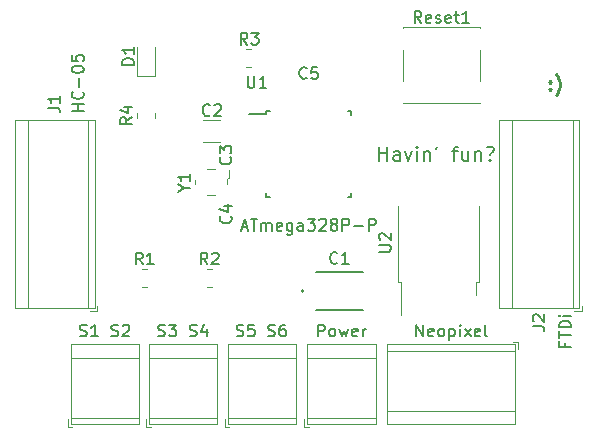
<source format=gbr>
%TF.GenerationSoftware,KiCad,Pcbnew,7.0.6*%
%TF.CreationDate,2024-03-10T00:39:51+00:00*%
%TF.ProjectId,RobotArmMK1.2,526f626f-7441-4726-9d4d-4b312e322e6b,rev?*%
%TF.SameCoordinates,Original*%
%TF.FileFunction,Legend,Top*%
%TF.FilePolarity,Positive*%
%FSLAX46Y46*%
G04 Gerber Fmt 4.6, Leading zero omitted, Abs format (unit mm)*
G04 Created by KiCad (PCBNEW 7.0.6) date 2024-03-10 00:39:51*
%MOMM*%
%LPD*%
G01*
G04 APERTURE LIST*
%ADD10C,0.200000*%
%ADD11C,0.240000*%
%ADD12C,0.150000*%
%ADD13C,0.120000*%
%ADD14C,0.152400*%
G04 APERTURE END LIST*
D10*
X157427292Y-96092742D02*
X157427292Y-94892742D01*
X157427292Y-95464171D02*
X158113006Y-95464171D01*
X158113006Y-96092742D02*
X158113006Y-94892742D01*
X159198721Y-96092742D02*
X159198721Y-95464171D01*
X159198721Y-95464171D02*
X159141578Y-95349885D01*
X159141578Y-95349885D02*
X159027292Y-95292742D01*
X159027292Y-95292742D02*
X158798721Y-95292742D01*
X158798721Y-95292742D02*
X158684435Y-95349885D01*
X159198721Y-96035600D02*
X159084435Y-96092742D01*
X159084435Y-96092742D02*
X158798721Y-96092742D01*
X158798721Y-96092742D02*
X158684435Y-96035600D01*
X158684435Y-96035600D02*
X158627292Y-95921314D01*
X158627292Y-95921314D02*
X158627292Y-95807028D01*
X158627292Y-95807028D02*
X158684435Y-95692742D01*
X158684435Y-95692742D02*
X158798721Y-95635600D01*
X158798721Y-95635600D02*
X159084435Y-95635600D01*
X159084435Y-95635600D02*
X159198721Y-95578457D01*
X159655863Y-95292742D02*
X159941577Y-96092742D01*
X159941577Y-96092742D02*
X160227292Y-95292742D01*
X160684435Y-96092742D02*
X160684435Y-95292742D01*
X160684435Y-94892742D02*
X160627292Y-94949885D01*
X160627292Y-94949885D02*
X160684435Y-95007028D01*
X160684435Y-95007028D02*
X160741578Y-94949885D01*
X160741578Y-94949885D02*
X160684435Y-94892742D01*
X160684435Y-94892742D02*
X160684435Y-95007028D01*
X161255864Y-95292742D02*
X161255864Y-96092742D01*
X161255864Y-95407028D02*
X161313007Y-95349885D01*
X161313007Y-95349885D02*
X161427292Y-95292742D01*
X161427292Y-95292742D02*
X161598721Y-95292742D01*
X161598721Y-95292742D02*
X161713007Y-95349885D01*
X161713007Y-95349885D02*
X161770150Y-95464171D01*
X161770150Y-95464171D02*
X161770150Y-96092742D01*
X162398721Y-94892742D02*
X162284435Y-95121314D01*
X163655864Y-95292742D02*
X164113007Y-95292742D01*
X163827293Y-96092742D02*
X163827293Y-95064171D01*
X163827293Y-95064171D02*
X163884436Y-94949885D01*
X163884436Y-94949885D02*
X163998721Y-94892742D01*
X163998721Y-94892742D02*
X164113007Y-94892742D01*
X165027293Y-95292742D02*
X165027293Y-96092742D01*
X164513007Y-95292742D02*
X164513007Y-95921314D01*
X164513007Y-95921314D02*
X164570150Y-96035600D01*
X164570150Y-96035600D02*
X164684435Y-96092742D01*
X164684435Y-96092742D02*
X164855864Y-96092742D01*
X164855864Y-96092742D02*
X164970150Y-96035600D01*
X164970150Y-96035600D02*
X165027293Y-95978457D01*
X165598721Y-95292742D02*
X165598721Y-96092742D01*
X165598721Y-95407028D02*
X165655864Y-95349885D01*
X165655864Y-95349885D02*
X165770149Y-95292742D01*
X165770149Y-95292742D02*
X165941578Y-95292742D01*
X165941578Y-95292742D02*
X166055864Y-95349885D01*
X166055864Y-95349885D02*
X166113007Y-95464171D01*
X166113007Y-95464171D02*
X166113007Y-96092742D01*
X166855863Y-95978457D02*
X166913006Y-96035600D01*
X166913006Y-96035600D02*
X166855863Y-96092742D01*
X166855863Y-96092742D02*
X166798721Y-96035600D01*
X166798721Y-96035600D02*
X166855863Y-95978457D01*
X166855863Y-95978457D02*
X166855863Y-96092742D01*
X166627292Y-94949885D02*
X166741578Y-94892742D01*
X166741578Y-94892742D02*
X167027292Y-94892742D01*
X167027292Y-94892742D02*
X167141578Y-94949885D01*
X167141578Y-94949885D02*
X167198721Y-95064171D01*
X167198721Y-95064171D02*
X167198721Y-95178457D01*
X167198721Y-95178457D02*
X167141578Y-95292742D01*
X167141578Y-95292742D02*
X167084435Y-95349885D01*
X167084435Y-95349885D02*
X166970149Y-95407028D01*
X166970149Y-95407028D02*
X166913006Y-95464171D01*
X166913006Y-95464171D02*
X166855863Y-95578457D01*
X166855863Y-95578457D02*
X166855863Y-95635600D01*
D11*
X171943608Y-89976377D02*
X172000751Y-90033520D01*
X172000751Y-90033520D02*
X171943608Y-90090662D01*
X171943608Y-90090662D02*
X171886465Y-90033520D01*
X171886465Y-90033520D02*
X171943608Y-89976377D01*
X171943608Y-89976377D02*
X171943608Y-90090662D01*
X171943608Y-89347805D02*
X172000751Y-89404948D01*
X172000751Y-89404948D02*
X171943608Y-89462091D01*
X171943608Y-89462091D02*
X171886465Y-89404948D01*
X171886465Y-89404948D02*
X171943608Y-89347805D01*
X171943608Y-89347805D02*
X171943608Y-89462091D01*
X172400751Y-90547805D02*
X172457894Y-90490662D01*
X172457894Y-90490662D02*
X172572180Y-90319234D01*
X172572180Y-90319234D02*
X172629323Y-90204948D01*
X172629323Y-90204948D02*
X172686465Y-90033520D01*
X172686465Y-90033520D02*
X172743608Y-89747805D01*
X172743608Y-89747805D02*
X172743608Y-89519234D01*
X172743608Y-89519234D02*
X172686465Y-89233520D01*
X172686465Y-89233520D02*
X172629323Y-89062091D01*
X172629323Y-89062091D02*
X172572180Y-88947805D01*
X172572180Y-88947805D02*
X172457894Y-88776377D01*
X172457894Y-88776377D02*
X172400751Y-88719234D01*
D12*
X144859580Y-95766666D02*
X144907200Y-95814285D01*
X144907200Y-95814285D02*
X144954819Y-95957142D01*
X144954819Y-95957142D02*
X144954819Y-96052380D01*
X144954819Y-96052380D02*
X144907200Y-96195237D01*
X144907200Y-96195237D02*
X144811961Y-96290475D01*
X144811961Y-96290475D02*
X144716723Y-96338094D01*
X144716723Y-96338094D02*
X144526247Y-96385713D01*
X144526247Y-96385713D02*
X144383390Y-96385713D01*
X144383390Y-96385713D02*
X144192914Y-96338094D01*
X144192914Y-96338094D02*
X144097676Y-96290475D01*
X144097676Y-96290475D02*
X144002438Y-96195237D01*
X144002438Y-96195237D02*
X143954819Y-96052380D01*
X143954819Y-96052380D02*
X143954819Y-95957142D01*
X143954819Y-95957142D02*
X144002438Y-95814285D01*
X144002438Y-95814285D02*
X144050057Y-95766666D01*
X143954819Y-95433332D02*
X143954819Y-94814285D01*
X143954819Y-94814285D02*
X144335771Y-95147618D01*
X144335771Y-95147618D02*
X144335771Y-95004761D01*
X144335771Y-95004761D02*
X144383390Y-94909523D01*
X144383390Y-94909523D02*
X144431009Y-94861904D01*
X144431009Y-94861904D02*
X144526247Y-94814285D01*
X144526247Y-94814285D02*
X144764342Y-94814285D01*
X144764342Y-94814285D02*
X144859580Y-94861904D01*
X144859580Y-94861904D02*
X144907200Y-94909523D01*
X144907200Y-94909523D02*
X144954819Y-95004761D01*
X144954819Y-95004761D02*
X144954819Y-95290475D01*
X144954819Y-95290475D02*
X144907200Y-95385713D01*
X144907200Y-95385713D02*
X144859580Y-95433332D01*
X144884580Y-100766666D02*
X144932200Y-100814285D01*
X144932200Y-100814285D02*
X144979819Y-100957142D01*
X144979819Y-100957142D02*
X144979819Y-101052380D01*
X144979819Y-101052380D02*
X144932200Y-101195237D01*
X144932200Y-101195237D02*
X144836961Y-101290475D01*
X144836961Y-101290475D02*
X144741723Y-101338094D01*
X144741723Y-101338094D02*
X144551247Y-101385713D01*
X144551247Y-101385713D02*
X144408390Y-101385713D01*
X144408390Y-101385713D02*
X144217914Y-101338094D01*
X144217914Y-101338094D02*
X144122676Y-101290475D01*
X144122676Y-101290475D02*
X144027438Y-101195237D01*
X144027438Y-101195237D02*
X143979819Y-101052380D01*
X143979819Y-101052380D02*
X143979819Y-100957142D01*
X143979819Y-100957142D02*
X144027438Y-100814285D01*
X144027438Y-100814285D02*
X144075057Y-100766666D01*
X144313152Y-99909523D02*
X144979819Y-99909523D01*
X143932200Y-100147618D02*
X144646485Y-100385713D01*
X144646485Y-100385713D02*
X144646485Y-99766666D01*
X151333333Y-89059580D02*
X151285714Y-89107200D01*
X151285714Y-89107200D02*
X151142857Y-89154819D01*
X151142857Y-89154819D02*
X151047619Y-89154819D01*
X151047619Y-89154819D02*
X150904762Y-89107200D01*
X150904762Y-89107200D02*
X150809524Y-89011961D01*
X150809524Y-89011961D02*
X150761905Y-88916723D01*
X150761905Y-88916723D02*
X150714286Y-88726247D01*
X150714286Y-88726247D02*
X150714286Y-88583390D01*
X150714286Y-88583390D02*
X150761905Y-88392914D01*
X150761905Y-88392914D02*
X150809524Y-88297676D01*
X150809524Y-88297676D02*
X150904762Y-88202438D01*
X150904762Y-88202438D02*
X151047619Y-88154819D01*
X151047619Y-88154819D02*
X151142857Y-88154819D01*
X151142857Y-88154819D02*
X151285714Y-88202438D01*
X151285714Y-88202438D02*
X151333333Y-88250057D01*
X152238095Y-88154819D02*
X151761905Y-88154819D01*
X151761905Y-88154819D02*
X151714286Y-88631009D01*
X151714286Y-88631009D02*
X151761905Y-88583390D01*
X151761905Y-88583390D02*
X151857143Y-88535771D01*
X151857143Y-88535771D02*
X152095238Y-88535771D01*
X152095238Y-88535771D02*
X152190476Y-88583390D01*
X152190476Y-88583390D02*
X152238095Y-88631009D01*
X152238095Y-88631009D02*
X152285714Y-88726247D01*
X152285714Y-88726247D02*
X152285714Y-88964342D01*
X152285714Y-88964342D02*
X152238095Y-89059580D01*
X152238095Y-89059580D02*
X152190476Y-89107200D01*
X152190476Y-89107200D02*
X152095238Y-89154819D01*
X152095238Y-89154819D02*
X151857143Y-89154819D01*
X151857143Y-89154819D02*
X151761905Y-89107200D01*
X151761905Y-89107200D02*
X151714286Y-89059580D01*
X157454819Y-103771904D02*
X158264342Y-103771904D01*
X158264342Y-103771904D02*
X158359580Y-103724285D01*
X158359580Y-103724285D02*
X158407200Y-103676666D01*
X158407200Y-103676666D02*
X158454819Y-103581428D01*
X158454819Y-103581428D02*
X158454819Y-103390952D01*
X158454819Y-103390952D02*
X158407200Y-103295714D01*
X158407200Y-103295714D02*
X158359580Y-103248095D01*
X158359580Y-103248095D02*
X158264342Y-103200476D01*
X158264342Y-103200476D02*
X157454819Y-103200476D01*
X157550057Y-102771904D02*
X157502438Y-102724285D01*
X157502438Y-102724285D02*
X157454819Y-102629047D01*
X157454819Y-102629047D02*
X157454819Y-102390952D01*
X157454819Y-102390952D02*
X157502438Y-102295714D01*
X157502438Y-102295714D02*
X157550057Y-102248095D01*
X157550057Y-102248095D02*
X157645295Y-102200476D01*
X157645295Y-102200476D02*
X157740533Y-102200476D01*
X157740533Y-102200476D02*
X157883390Y-102248095D01*
X157883390Y-102248095D02*
X158454819Y-102819523D01*
X158454819Y-102819523D02*
X158454819Y-102200476D01*
X160607619Y-110954819D02*
X160607619Y-109954819D01*
X160607619Y-109954819D02*
X161179047Y-110954819D01*
X161179047Y-110954819D02*
X161179047Y-109954819D01*
X162036190Y-110907200D02*
X161940952Y-110954819D01*
X161940952Y-110954819D02*
X161750476Y-110954819D01*
X161750476Y-110954819D02*
X161655238Y-110907200D01*
X161655238Y-110907200D02*
X161607619Y-110811961D01*
X161607619Y-110811961D02*
X161607619Y-110431009D01*
X161607619Y-110431009D02*
X161655238Y-110335771D01*
X161655238Y-110335771D02*
X161750476Y-110288152D01*
X161750476Y-110288152D02*
X161940952Y-110288152D01*
X161940952Y-110288152D02*
X162036190Y-110335771D01*
X162036190Y-110335771D02*
X162083809Y-110431009D01*
X162083809Y-110431009D02*
X162083809Y-110526247D01*
X162083809Y-110526247D02*
X161607619Y-110621485D01*
X162655238Y-110954819D02*
X162560000Y-110907200D01*
X162560000Y-110907200D02*
X162512381Y-110859580D01*
X162512381Y-110859580D02*
X162464762Y-110764342D01*
X162464762Y-110764342D02*
X162464762Y-110478628D01*
X162464762Y-110478628D02*
X162512381Y-110383390D01*
X162512381Y-110383390D02*
X162560000Y-110335771D01*
X162560000Y-110335771D02*
X162655238Y-110288152D01*
X162655238Y-110288152D02*
X162798095Y-110288152D01*
X162798095Y-110288152D02*
X162893333Y-110335771D01*
X162893333Y-110335771D02*
X162940952Y-110383390D01*
X162940952Y-110383390D02*
X162988571Y-110478628D01*
X162988571Y-110478628D02*
X162988571Y-110764342D01*
X162988571Y-110764342D02*
X162940952Y-110859580D01*
X162940952Y-110859580D02*
X162893333Y-110907200D01*
X162893333Y-110907200D02*
X162798095Y-110954819D01*
X162798095Y-110954819D02*
X162655238Y-110954819D01*
X163417143Y-110288152D02*
X163417143Y-111288152D01*
X163417143Y-110335771D02*
X163512381Y-110288152D01*
X163512381Y-110288152D02*
X163702857Y-110288152D01*
X163702857Y-110288152D02*
X163798095Y-110335771D01*
X163798095Y-110335771D02*
X163845714Y-110383390D01*
X163845714Y-110383390D02*
X163893333Y-110478628D01*
X163893333Y-110478628D02*
X163893333Y-110764342D01*
X163893333Y-110764342D02*
X163845714Y-110859580D01*
X163845714Y-110859580D02*
X163798095Y-110907200D01*
X163798095Y-110907200D02*
X163702857Y-110954819D01*
X163702857Y-110954819D02*
X163512381Y-110954819D01*
X163512381Y-110954819D02*
X163417143Y-110907200D01*
X164321905Y-110954819D02*
X164321905Y-110288152D01*
X164321905Y-109954819D02*
X164274286Y-110002438D01*
X164274286Y-110002438D02*
X164321905Y-110050057D01*
X164321905Y-110050057D02*
X164369524Y-110002438D01*
X164369524Y-110002438D02*
X164321905Y-109954819D01*
X164321905Y-109954819D02*
X164321905Y-110050057D01*
X164702857Y-110954819D02*
X165226666Y-110288152D01*
X164702857Y-110288152D02*
X165226666Y-110954819D01*
X165988571Y-110907200D02*
X165893333Y-110954819D01*
X165893333Y-110954819D02*
X165702857Y-110954819D01*
X165702857Y-110954819D02*
X165607619Y-110907200D01*
X165607619Y-110907200D02*
X165560000Y-110811961D01*
X165560000Y-110811961D02*
X165560000Y-110431009D01*
X165560000Y-110431009D02*
X165607619Y-110335771D01*
X165607619Y-110335771D02*
X165702857Y-110288152D01*
X165702857Y-110288152D02*
X165893333Y-110288152D01*
X165893333Y-110288152D02*
X165988571Y-110335771D01*
X165988571Y-110335771D02*
X166036190Y-110431009D01*
X166036190Y-110431009D02*
X166036190Y-110526247D01*
X166036190Y-110526247D02*
X165560000Y-110621485D01*
X166607619Y-110954819D02*
X166512381Y-110907200D01*
X166512381Y-110907200D02*
X166464762Y-110811961D01*
X166464762Y-110811961D02*
X166464762Y-109954819D01*
X138767262Y-110907200D02*
X138910119Y-110954819D01*
X138910119Y-110954819D02*
X139148214Y-110954819D01*
X139148214Y-110954819D02*
X139243452Y-110907200D01*
X139243452Y-110907200D02*
X139291071Y-110859580D01*
X139291071Y-110859580D02*
X139338690Y-110764342D01*
X139338690Y-110764342D02*
X139338690Y-110669104D01*
X139338690Y-110669104D02*
X139291071Y-110573866D01*
X139291071Y-110573866D02*
X139243452Y-110526247D01*
X139243452Y-110526247D02*
X139148214Y-110478628D01*
X139148214Y-110478628D02*
X138957738Y-110431009D01*
X138957738Y-110431009D02*
X138862500Y-110383390D01*
X138862500Y-110383390D02*
X138814881Y-110335771D01*
X138814881Y-110335771D02*
X138767262Y-110240533D01*
X138767262Y-110240533D02*
X138767262Y-110145295D01*
X138767262Y-110145295D02*
X138814881Y-110050057D01*
X138814881Y-110050057D02*
X138862500Y-110002438D01*
X138862500Y-110002438D02*
X138957738Y-109954819D01*
X138957738Y-109954819D02*
X139195833Y-109954819D01*
X139195833Y-109954819D02*
X139338690Y-110002438D01*
X139672024Y-109954819D02*
X140291071Y-109954819D01*
X140291071Y-109954819D02*
X139957738Y-110335771D01*
X139957738Y-110335771D02*
X140100595Y-110335771D01*
X140100595Y-110335771D02*
X140195833Y-110383390D01*
X140195833Y-110383390D02*
X140243452Y-110431009D01*
X140243452Y-110431009D02*
X140291071Y-110526247D01*
X140291071Y-110526247D02*
X140291071Y-110764342D01*
X140291071Y-110764342D02*
X140243452Y-110859580D01*
X140243452Y-110859580D02*
X140195833Y-110907200D01*
X140195833Y-110907200D02*
X140100595Y-110954819D01*
X140100595Y-110954819D02*
X139814881Y-110954819D01*
X139814881Y-110954819D02*
X139719643Y-110907200D01*
X139719643Y-110907200D02*
X139672024Y-110859580D01*
X141433929Y-110907200D02*
X141576786Y-110954819D01*
X141576786Y-110954819D02*
X141814881Y-110954819D01*
X141814881Y-110954819D02*
X141910119Y-110907200D01*
X141910119Y-110907200D02*
X141957738Y-110859580D01*
X141957738Y-110859580D02*
X142005357Y-110764342D01*
X142005357Y-110764342D02*
X142005357Y-110669104D01*
X142005357Y-110669104D02*
X141957738Y-110573866D01*
X141957738Y-110573866D02*
X141910119Y-110526247D01*
X141910119Y-110526247D02*
X141814881Y-110478628D01*
X141814881Y-110478628D02*
X141624405Y-110431009D01*
X141624405Y-110431009D02*
X141529167Y-110383390D01*
X141529167Y-110383390D02*
X141481548Y-110335771D01*
X141481548Y-110335771D02*
X141433929Y-110240533D01*
X141433929Y-110240533D02*
X141433929Y-110145295D01*
X141433929Y-110145295D02*
X141481548Y-110050057D01*
X141481548Y-110050057D02*
X141529167Y-110002438D01*
X141529167Y-110002438D02*
X141624405Y-109954819D01*
X141624405Y-109954819D02*
X141862500Y-109954819D01*
X141862500Y-109954819D02*
X142005357Y-110002438D01*
X142862500Y-110288152D02*
X142862500Y-110954819D01*
X142624405Y-109907200D02*
X142386310Y-110621485D01*
X142386310Y-110621485D02*
X143005357Y-110621485D01*
X142933333Y-104854819D02*
X142600000Y-104378628D01*
X142361905Y-104854819D02*
X142361905Y-103854819D01*
X142361905Y-103854819D02*
X142742857Y-103854819D01*
X142742857Y-103854819D02*
X142838095Y-103902438D01*
X142838095Y-103902438D02*
X142885714Y-103950057D01*
X142885714Y-103950057D02*
X142933333Y-104045295D01*
X142933333Y-104045295D02*
X142933333Y-104188152D01*
X142933333Y-104188152D02*
X142885714Y-104283390D01*
X142885714Y-104283390D02*
X142838095Y-104331009D01*
X142838095Y-104331009D02*
X142742857Y-104378628D01*
X142742857Y-104378628D02*
X142361905Y-104378628D01*
X143314286Y-103950057D02*
X143361905Y-103902438D01*
X143361905Y-103902438D02*
X143457143Y-103854819D01*
X143457143Y-103854819D02*
X143695238Y-103854819D01*
X143695238Y-103854819D02*
X143790476Y-103902438D01*
X143790476Y-103902438D02*
X143838095Y-103950057D01*
X143838095Y-103950057D02*
X143885714Y-104045295D01*
X143885714Y-104045295D02*
X143885714Y-104140533D01*
X143885714Y-104140533D02*
X143838095Y-104283390D01*
X143838095Y-104283390D02*
X143266667Y-104854819D01*
X143266667Y-104854819D02*
X143885714Y-104854819D01*
X153933333Y-104709580D02*
X153885714Y-104757200D01*
X153885714Y-104757200D02*
X153742857Y-104804819D01*
X153742857Y-104804819D02*
X153647619Y-104804819D01*
X153647619Y-104804819D02*
X153504762Y-104757200D01*
X153504762Y-104757200D02*
X153409524Y-104661961D01*
X153409524Y-104661961D02*
X153361905Y-104566723D01*
X153361905Y-104566723D02*
X153314286Y-104376247D01*
X153314286Y-104376247D02*
X153314286Y-104233390D01*
X153314286Y-104233390D02*
X153361905Y-104042914D01*
X153361905Y-104042914D02*
X153409524Y-103947676D01*
X153409524Y-103947676D02*
X153504762Y-103852438D01*
X153504762Y-103852438D02*
X153647619Y-103804819D01*
X153647619Y-103804819D02*
X153742857Y-103804819D01*
X153742857Y-103804819D02*
X153885714Y-103852438D01*
X153885714Y-103852438D02*
X153933333Y-103900057D01*
X154885714Y-104804819D02*
X154314286Y-104804819D01*
X154600000Y-104804819D02*
X154600000Y-103804819D01*
X154600000Y-103804819D02*
X154504762Y-103947676D01*
X154504762Y-103947676D02*
X154409524Y-104042914D01*
X154409524Y-104042914D02*
X154314286Y-104090533D01*
X136714819Y-87968094D02*
X135714819Y-87968094D01*
X135714819Y-87968094D02*
X135714819Y-87729999D01*
X135714819Y-87729999D02*
X135762438Y-87587142D01*
X135762438Y-87587142D02*
X135857676Y-87491904D01*
X135857676Y-87491904D02*
X135952914Y-87444285D01*
X135952914Y-87444285D02*
X136143390Y-87396666D01*
X136143390Y-87396666D02*
X136286247Y-87396666D01*
X136286247Y-87396666D02*
X136476723Y-87444285D01*
X136476723Y-87444285D02*
X136571961Y-87491904D01*
X136571961Y-87491904D02*
X136667200Y-87587142D01*
X136667200Y-87587142D02*
X136714819Y-87729999D01*
X136714819Y-87729999D02*
X136714819Y-87968094D01*
X136714819Y-86444285D02*
X136714819Y-87015713D01*
X136714819Y-86729999D02*
X135714819Y-86729999D01*
X135714819Y-86729999D02*
X135857676Y-86825237D01*
X135857676Y-86825237D02*
X135952914Y-86920475D01*
X135952914Y-86920475D02*
X136000533Y-87015713D01*
X152293809Y-110954819D02*
X152293809Y-109954819D01*
X152293809Y-109954819D02*
X152674761Y-109954819D01*
X152674761Y-109954819D02*
X152769999Y-110002438D01*
X152769999Y-110002438D02*
X152817618Y-110050057D01*
X152817618Y-110050057D02*
X152865237Y-110145295D01*
X152865237Y-110145295D02*
X152865237Y-110288152D01*
X152865237Y-110288152D02*
X152817618Y-110383390D01*
X152817618Y-110383390D02*
X152769999Y-110431009D01*
X152769999Y-110431009D02*
X152674761Y-110478628D01*
X152674761Y-110478628D02*
X152293809Y-110478628D01*
X153436666Y-110954819D02*
X153341428Y-110907200D01*
X153341428Y-110907200D02*
X153293809Y-110859580D01*
X153293809Y-110859580D02*
X153246190Y-110764342D01*
X153246190Y-110764342D02*
X153246190Y-110478628D01*
X153246190Y-110478628D02*
X153293809Y-110383390D01*
X153293809Y-110383390D02*
X153341428Y-110335771D01*
X153341428Y-110335771D02*
X153436666Y-110288152D01*
X153436666Y-110288152D02*
X153579523Y-110288152D01*
X153579523Y-110288152D02*
X153674761Y-110335771D01*
X153674761Y-110335771D02*
X153722380Y-110383390D01*
X153722380Y-110383390D02*
X153769999Y-110478628D01*
X153769999Y-110478628D02*
X153769999Y-110764342D01*
X153769999Y-110764342D02*
X153722380Y-110859580D01*
X153722380Y-110859580D02*
X153674761Y-110907200D01*
X153674761Y-110907200D02*
X153579523Y-110954819D01*
X153579523Y-110954819D02*
X153436666Y-110954819D01*
X154103333Y-110288152D02*
X154293809Y-110954819D01*
X154293809Y-110954819D02*
X154484285Y-110478628D01*
X154484285Y-110478628D02*
X154674761Y-110954819D01*
X154674761Y-110954819D02*
X154865237Y-110288152D01*
X155627142Y-110907200D02*
X155531904Y-110954819D01*
X155531904Y-110954819D02*
X155341428Y-110954819D01*
X155341428Y-110954819D02*
X155246190Y-110907200D01*
X155246190Y-110907200D02*
X155198571Y-110811961D01*
X155198571Y-110811961D02*
X155198571Y-110431009D01*
X155198571Y-110431009D02*
X155246190Y-110335771D01*
X155246190Y-110335771D02*
X155341428Y-110288152D01*
X155341428Y-110288152D02*
X155531904Y-110288152D01*
X155531904Y-110288152D02*
X155627142Y-110335771D01*
X155627142Y-110335771D02*
X155674761Y-110431009D01*
X155674761Y-110431009D02*
X155674761Y-110526247D01*
X155674761Y-110526247D02*
X155198571Y-110621485D01*
X156103333Y-110954819D02*
X156103333Y-110288152D01*
X156103333Y-110478628D02*
X156150952Y-110383390D01*
X156150952Y-110383390D02*
X156198571Y-110335771D01*
X156198571Y-110335771D02*
X156293809Y-110288152D01*
X156293809Y-110288152D02*
X156389047Y-110288152D01*
X145404762Y-110907200D02*
X145547619Y-110954819D01*
X145547619Y-110954819D02*
X145785714Y-110954819D01*
X145785714Y-110954819D02*
X145880952Y-110907200D01*
X145880952Y-110907200D02*
X145928571Y-110859580D01*
X145928571Y-110859580D02*
X145976190Y-110764342D01*
X145976190Y-110764342D02*
X145976190Y-110669104D01*
X145976190Y-110669104D02*
X145928571Y-110573866D01*
X145928571Y-110573866D02*
X145880952Y-110526247D01*
X145880952Y-110526247D02*
X145785714Y-110478628D01*
X145785714Y-110478628D02*
X145595238Y-110431009D01*
X145595238Y-110431009D02*
X145500000Y-110383390D01*
X145500000Y-110383390D02*
X145452381Y-110335771D01*
X145452381Y-110335771D02*
X145404762Y-110240533D01*
X145404762Y-110240533D02*
X145404762Y-110145295D01*
X145404762Y-110145295D02*
X145452381Y-110050057D01*
X145452381Y-110050057D02*
X145500000Y-110002438D01*
X145500000Y-110002438D02*
X145595238Y-109954819D01*
X145595238Y-109954819D02*
X145833333Y-109954819D01*
X145833333Y-109954819D02*
X145976190Y-110002438D01*
X146880952Y-109954819D02*
X146404762Y-109954819D01*
X146404762Y-109954819D02*
X146357143Y-110431009D01*
X146357143Y-110431009D02*
X146404762Y-110383390D01*
X146404762Y-110383390D02*
X146500000Y-110335771D01*
X146500000Y-110335771D02*
X146738095Y-110335771D01*
X146738095Y-110335771D02*
X146833333Y-110383390D01*
X146833333Y-110383390D02*
X146880952Y-110431009D01*
X146880952Y-110431009D02*
X146928571Y-110526247D01*
X146928571Y-110526247D02*
X146928571Y-110764342D01*
X146928571Y-110764342D02*
X146880952Y-110859580D01*
X146880952Y-110859580D02*
X146833333Y-110907200D01*
X146833333Y-110907200D02*
X146738095Y-110954819D01*
X146738095Y-110954819D02*
X146500000Y-110954819D01*
X146500000Y-110954819D02*
X146404762Y-110907200D01*
X146404762Y-110907200D02*
X146357143Y-110859580D01*
X148071429Y-110907200D02*
X148214286Y-110954819D01*
X148214286Y-110954819D02*
X148452381Y-110954819D01*
X148452381Y-110954819D02*
X148547619Y-110907200D01*
X148547619Y-110907200D02*
X148595238Y-110859580D01*
X148595238Y-110859580D02*
X148642857Y-110764342D01*
X148642857Y-110764342D02*
X148642857Y-110669104D01*
X148642857Y-110669104D02*
X148595238Y-110573866D01*
X148595238Y-110573866D02*
X148547619Y-110526247D01*
X148547619Y-110526247D02*
X148452381Y-110478628D01*
X148452381Y-110478628D02*
X148261905Y-110431009D01*
X148261905Y-110431009D02*
X148166667Y-110383390D01*
X148166667Y-110383390D02*
X148119048Y-110335771D01*
X148119048Y-110335771D02*
X148071429Y-110240533D01*
X148071429Y-110240533D02*
X148071429Y-110145295D01*
X148071429Y-110145295D02*
X148119048Y-110050057D01*
X148119048Y-110050057D02*
X148166667Y-110002438D01*
X148166667Y-110002438D02*
X148261905Y-109954819D01*
X148261905Y-109954819D02*
X148500000Y-109954819D01*
X148500000Y-109954819D02*
X148642857Y-110002438D01*
X149500000Y-109954819D02*
X149309524Y-109954819D01*
X149309524Y-109954819D02*
X149214286Y-110002438D01*
X149214286Y-110002438D02*
X149166667Y-110050057D01*
X149166667Y-110050057D02*
X149071429Y-110192914D01*
X149071429Y-110192914D02*
X149023810Y-110383390D01*
X149023810Y-110383390D02*
X149023810Y-110764342D01*
X149023810Y-110764342D02*
X149071429Y-110859580D01*
X149071429Y-110859580D02*
X149119048Y-110907200D01*
X149119048Y-110907200D02*
X149214286Y-110954819D01*
X149214286Y-110954819D02*
X149404762Y-110954819D01*
X149404762Y-110954819D02*
X149500000Y-110907200D01*
X149500000Y-110907200D02*
X149547619Y-110859580D01*
X149547619Y-110859580D02*
X149595238Y-110764342D01*
X149595238Y-110764342D02*
X149595238Y-110526247D01*
X149595238Y-110526247D02*
X149547619Y-110431009D01*
X149547619Y-110431009D02*
X149500000Y-110383390D01*
X149500000Y-110383390D02*
X149404762Y-110335771D01*
X149404762Y-110335771D02*
X149214286Y-110335771D01*
X149214286Y-110335771D02*
X149119048Y-110383390D01*
X149119048Y-110383390D02*
X149071429Y-110431009D01*
X149071429Y-110431009D02*
X149023810Y-110526247D01*
X129424819Y-91583333D02*
X130139104Y-91583333D01*
X130139104Y-91583333D02*
X130281961Y-91630952D01*
X130281961Y-91630952D02*
X130377200Y-91726190D01*
X130377200Y-91726190D02*
X130424819Y-91869047D01*
X130424819Y-91869047D02*
X130424819Y-91964285D01*
X130424819Y-90583333D02*
X130424819Y-91154761D01*
X130424819Y-90869047D02*
X129424819Y-90869047D01*
X129424819Y-90869047D02*
X129567676Y-90964285D01*
X129567676Y-90964285D02*
X129662914Y-91059523D01*
X129662914Y-91059523D02*
X129710533Y-91154761D01*
X132454819Y-91857142D02*
X131454819Y-91857142D01*
X131931009Y-91857142D02*
X131931009Y-91285714D01*
X132454819Y-91285714D02*
X131454819Y-91285714D01*
X132359580Y-90238095D02*
X132407200Y-90285714D01*
X132407200Y-90285714D02*
X132454819Y-90428571D01*
X132454819Y-90428571D02*
X132454819Y-90523809D01*
X132454819Y-90523809D02*
X132407200Y-90666666D01*
X132407200Y-90666666D02*
X132311961Y-90761904D01*
X132311961Y-90761904D02*
X132216723Y-90809523D01*
X132216723Y-90809523D02*
X132026247Y-90857142D01*
X132026247Y-90857142D02*
X131883390Y-90857142D01*
X131883390Y-90857142D02*
X131692914Y-90809523D01*
X131692914Y-90809523D02*
X131597676Y-90761904D01*
X131597676Y-90761904D02*
X131502438Y-90666666D01*
X131502438Y-90666666D02*
X131454819Y-90523809D01*
X131454819Y-90523809D02*
X131454819Y-90428571D01*
X131454819Y-90428571D02*
X131502438Y-90285714D01*
X131502438Y-90285714D02*
X131550057Y-90238095D01*
X132073866Y-89809523D02*
X132073866Y-89047619D01*
X131454819Y-88380952D02*
X131454819Y-88285714D01*
X131454819Y-88285714D02*
X131502438Y-88190476D01*
X131502438Y-88190476D02*
X131550057Y-88142857D01*
X131550057Y-88142857D02*
X131645295Y-88095238D01*
X131645295Y-88095238D02*
X131835771Y-88047619D01*
X131835771Y-88047619D02*
X132073866Y-88047619D01*
X132073866Y-88047619D02*
X132264342Y-88095238D01*
X132264342Y-88095238D02*
X132359580Y-88142857D01*
X132359580Y-88142857D02*
X132407200Y-88190476D01*
X132407200Y-88190476D02*
X132454819Y-88285714D01*
X132454819Y-88285714D02*
X132454819Y-88380952D01*
X132454819Y-88380952D02*
X132407200Y-88476190D01*
X132407200Y-88476190D02*
X132359580Y-88523809D01*
X132359580Y-88523809D02*
X132264342Y-88571428D01*
X132264342Y-88571428D02*
X132073866Y-88619047D01*
X132073866Y-88619047D02*
X131835771Y-88619047D01*
X131835771Y-88619047D02*
X131645295Y-88571428D01*
X131645295Y-88571428D02*
X131550057Y-88523809D01*
X131550057Y-88523809D02*
X131502438Y-88476190D01*
X131502438Y-88476190D02*
X131454819Y-88380952D01*
X131454819Y-87142857D02*
X131454819Y-87619047D01*
X131454819Y-87619047D02*
X131931009Y-87666666D01*
X131931009Y-87666666D02*
X131883390Y-87619047D01*
X131883390Y-87619047D02*
X131835771Y-87523809D01*
X131835771Y-87523809D02*
X131835771Y-87285714D01*
X131835771Y-87285714D02*
X131883390Y-87190476D01*
X131883390Y-87190476D02*
X131931009Y-87142857D01*
X131931009Y-87142857D02*
X132026247Y-87095238D01*
X132026247Y-87095238D02*
X132264342Y-87095238D01*
X132264342Y-87095238D02*
X132359580Y-87142857D01*
X132359580Y-87142857D02*
X132407200Y-87190476D01*
X132407200Y-87190476D02*
X132454819Y-87285714D01*
X132454819Y-87285714D02*
X132454819Y-87523809D01*
X132454819Y-87523809D02*
X132407200Y-87619047D01*
X132407200Y-87619047D02*
X132359580Y-87666666D01*
X143133333Y-92209580D02*
X143085714Y-92257200D01*
X143085714Y-92257200D02*
X142942857Y-92304819D01*
X142942857Y-92304819D02*
X142847619Y-92304819D01*
X142847619Y-92304819D02*
X142704762Y-92257200D01*
X142704762Y-92257200D02*
X142609524Y-92161961D01*
X142609524Y-92161961D02*
X142561905Y-92066723D01*
X142561905Y-92066723D02*
X142514286Y-91876247D01*
X142514286Y-91876247D02*
X142514286Y-91733390D01*
X142514286Y-91733390D02*
X142561905Y-91542914D01*
X142561905Y-91542914D02*
X142609524Y-91447676D01*
X142609524Y-91447676D02*
X142704762Y-91352438D01*
X142704762Y-91352438D02*
X142847619Y-91304819D01*
X142847619Y-91304819D02*
X142942857Y-91304819D01*
X142942857Y-91304819D02*
X143085714Y-91352438D01*
X143085714Y-91352438D02*
X143133333Y-91400057D01*
X143514286Y-91400057D02*
X143561905Y-91352438D01*
X143561905Y-91352438D02*
X143657143Y-91304819D01*
X143657143Y-91304819D02*
X143895238Y-91304819D01*
X143895238Y-91304819D02*
X143990476Y-91352438D01*
X143990476Y-91352438D02*
X144038095Y-91400057D01*
X144038095Y-91400057D02*
X144085714Y-91495295D01*
X144085714Y-91495295D02*
X144085714Y-91590533D01*
X144085714Y-91590533D02*
X144038095Y-91733390D01*
X144038095Y-91733390D02*
X143466667Y-92304819D01*
X143466667Y-92304819D02*
X144085714Y-92304819D01*
X161035713Y-84404819D02*
X160702380Y-83928628D01*
X160464285Y-84404819D02*
X160464285Y-83404819D01*
X160464285Y-83404819D02*
X160845237Y-83404819D01*
X160845237Y-83404819D02*
X160940475Y-83452438D01*
X160940475Y-83452438D02*
X160988094Y-83500057D01*
X160988094Y-83500057D02*
X161035713Y-83595295D01*
X161035713Y-83595295D02*
X161035713Y-83738152D01*
X161035713Y-83738152D02*
X160988094Y-83833390D01*
X160988094Y-83833390D02*
X160940475Y-83881009D01*
X160940475Y-83881009D02*
X160845237Y-83928628D01*
X160845237Y-83928628D02*
X160464285Y-83928628D01*
X161845237Y-84357200D02*
X161749999Y-84404819D01*
X161749999Y-84404819D02*
X161559523Y-84404819D01*
X161559523Y-84404819D02*
X161464285Y-84357200D01*
X161464285Y-84357200D02*
X161416666Y-84261961D01*
X161416666Y-84261961D02*
X161416666Y-83881009D01*
X161416666Y-83881009D02*
X161464285Y-83785771D01*
X161464285Y-83785771D02*
X161559523Y-83738152D01*
X161559523Y-83738152D02*
X161749999Y-83738152D01*
X161749999Y-83738152D02*
X161845237Y-83785771D01*
X161845237Y-83785771D02*
X161892856Y-83881009D01*
X161892856Y-83881009D02*
X161892856Y-83976247D01*
X161892856Y-83976247D02*
X161416666Y-84071485D01*
X162273809Y-84357200D02*
X162369047Y-84404819D01*
X162369047Y-84404819D02*
X162559523Y-84404819D01*
X162559523Y-84404819D02*
X162654761Y-84357200D01*
X162654761Y-84357200D02*
X162702380Y-84261961D01*
X162702380Y-84261961D02*
X162702380Y-84214342D01*
X162702380Y-84214342D02*
X162654761Y-84119104D01*
X162654761Y-84119104D02*
X162559523Y-84071485D01*
X162559523Y-84071485D02*
X162416666Y-84071485D01*
X162416666Y-84071485D02*
X162321428Y-84023866D01*
X162321428Y-84023866D02*
X162273809Y-83928628D01*
X162273809Y-83928628D02*
X162273809Y-83881009D01*
X162273809Y-83881009D02*
X162321428Y-83785771D01*
X162321428Y-83785771D02*
X162416666Y-83738152D01*
X162416666Y-83738152D02*
X162559523Y-83738152D01*
X162559523Y-83738152D02*
X162654761Y-83785771D01*
X163511904Y-84357200D02*
X163416666Y-84404819D01*
X163416666Y-84404819D02*
X163226190Y-84404819D01*
X163226190Y-84404819D02*
X163130952Y-84357200D01*
X163130952Y-84357200D02*
X163083333Y-84261961D01*
X163083333Y-84261961D02*
X163083333Y-83881009D01*
X163083333Y-83881009D02*
X163130952Y-83785771D01*
X163130952Y-83785771D02*
X163226190Y-83738152D01*
X163226190Y-83738152D02*
X163416666Y-83738152D01*
X163416666Y-83738152D02*
X163511904Y-83785771D01*
X163511904Y-83785771D02*
X163559523Y-83881009D01*
X163559523Y-83881009D02*
X163559523Y-83976247D01*
X163559523Y-83976247D02*
X163083333Y-84071485D01*
X163845238Y-83738152D02*
X164226190Y-83738152D01*
X163988095Y-83404819D02*
X163988095Y-84261961D01*
X163988095Y-84261961D02*
X164035714Y-84357200D01*
X164035714Y-84357200D02*
X164130952Y-84404819D01*
X164130952Y-84404819D02*
X164226190Y-84404819D01*
X165083333Y-84404819D02*
X164511905Y-84404819D01*
X164797619Y-84404819D02*
X164797619Y-83404819D01*
X164797619Y-83404819D02*
X164702381Y-83547676D01*
X164702381Y-83547676D02*
X164607143Y-83642914D01*
X164607143Y-83642914D02*
X164511905Y-83690533D01*
X170454819Y-110083333D02*
X171169104Y-110083333D01*
X171169104Y-110083333D02*
X171311961Y-110130952D01*
X171311961Y-110130952D02*
X171407200Y-110226190D01*
X171407200Y-110226190D02*
X171454819Y-110369047D01*
X171454819Y-110369047D02*
X171454819Y-110464285D01*
X170550057Y-109654761D02*
X170502438Y-109607142D01*
X170502438Y-109607142D02*
X170454819Y-109511904D01*
X170454819Y-109511904D02*
X170454819Y-109273809D01*
X170454819Y-109273809D02*
X170502438Y-109178571D01*
X170502438Y-109178571D02*
X170550057Y-109130952D01*
X170550057Y-109130952D02*
X170645295Y-109083333D01*
X170645295Y-109083333D02*
X170740533Y-109083333D01*
X170740533Y-109083333D02*
X170883390Y-109130952D01*
X170883390Y-109130952D02*
X171454819Y-109702380D01*
X171454819Y-109702380D02*
X171454819Y-109083333D01*
X173181009Y-111476190D02*
X173181009Y-111809523D01*
X173704819Y-111809523D02*
X172704819Y-111809523D01*
X172704819Y-111809523D02*
X172704819Y-111333333D01*
X172704819Y-111095237D02*
X172704819Y-110523809D01*
X173704819Y-110809523D02*
X172704819Y-110809523D01*
X173704819Y-110190475D02*
X172704819Y-110190475D01*
X172704819Y-110190475D02*
X172704819Y-109952380D01*
X172704819Y-109952380D02*
X172752438Y-109809523D01*
X172752438Y-109809523D02*
X172847676Y-109714285D01*
X172847676Y-109714285D02*
X172942914Y-109666666D01*
X172942914Y-109666666D02*
X173133390Y-109619047D01*
X173133390Y-109619047D02*
X173276247Y-109619047D01*
X173276247Y-109619047D02*
X173466723Y-109666666D01*
X173466723Y-109666666D02*
X173561961Y-109714285D01*
X173561961Y-109714285D02*
X173657200Y-109809523D01*
X173657200Y-109809523D02*
X173704819Y-109952380D01*
X173704819Y-109952380D02*
X173704819Y-110190475D01*
X173704819Y-109190475D02*
X173038152Y-109190475D01*
X172704819Y-109190475D02*
X172752438Y-109238094D01*
X172752438Y-109238094D02*
X172800057Y-109190475D01*
X172800057Y-109190475D02*
X172752438Y-109142856D01*
X172752438Y-109142856D02*
X172704819Y-109190475D01*
X172704819Y-109190475D02*
X172800057Y-109190475D01*
X140953628Y-98376190D02*
X141429819Y-98376190D01*
X140429819Y-98709523D02*
X140953628Y-98376190D01*
X140953628Y-98376190D02*
X140429819Y-98042857D01*
X141429819Y-97185714D02*
X141429819Y-97757142D01*
X141429819Y-97471428D02*
X140429819Y-97471428D01*
X140429819Y-97471428D02*
X140572676Y-97566666D01*
X140572676Y-97566666D02*
X140667914Y-97661904D01*
X140667914Y-97661904D02*
X140715533Y-97757142D01*
X146338095Y-88904819D02*
X146338095Y-89714342D01*
X146338095Y-89714342D02*
X146385714Y-89809580D01*
X146385714Y-89809580D02*
X146433333Y-89857200D01*
X146433333Y-89857200D02*
X146528571Y-89904819D01*
X146528571Y-89904819D02*
X146719047Y-89904819D01*
X146719047Y-89904819D02*
X146814285Y-89857200D01*
X146814285Y-89857200D02*
X146861904Y-89809580D01*
X146861904Y-89809580D02*
X146909523Y-89714342D01*
X146909523Y-89714342D02*
X146909523Y-88904819D01*
X147909523Y-89904819D02*
X147338095Y-89904819D01*
X147623809Y-89904819D02*
X147623809Y-88904819D01*
X147623809Y-88904819D02*
X147528571Y-89047676D01*
X147528571Y-89047676D02*
X147433333Y-89142914D01*
X147433333Y-89142914D02*
X147338095Y-89190533D01*
X145833333Y-101719104D02*
X146309523Y-101719104D01*
X145738095Y-102004819D02*
X146071428Y-101004819D01*
X146071428Y-101004819D02*
X146404761Y-102004819D01*
X146595238Y-101004819D02*
X147166666Y-101004819D01*
X146880952Y-102004819D02*
X146880952Y-101004819D01*
X147500000Y-102004819D02*
X147500000Y-101338152D01*
X147500000Y-101433390D02*
X147547619Y-101385771D01*
X147547619Y-101385771D02*
X147642857Y-101338152D01*
X147642857Y-101338152D02*
X147785714Y-101338152D01*
X147785714Y-101338152D02*
X147880952Y-101385771D01*
X147880952Y-101385771D02*
X147928571Y-101481009D01*
X147928571Y-101481009D02*
X147928571Y-102004819D01*
X147928571Y-101481009D02*
X147976190Y-101385771D01*
X147976190Y-101385771D02*
X148071428Y-101338152D01*
X148071428Y-101338152D02*
X148214285Y-101338152D01*
X148214285Y-101338152D02*
X148309524Y-101385771D01*
X148309524Y-101385771D02*
X148357143Y-101481009D01*
X148357143Y-101481009D02*
X148357143Y-102004819D01*
X149214285Y-101957200D02*
X149119047Y-102004819D01*
X149119047Y-102004819D02*
X148928571Y-102004819D01*
X148928571Y-102004819D02*
X148833333Y-101957200D01*
X148833333Y-101957200D02*
X148785714Y-101861961D01*
X148785714Y-101861961D02*
X148785714Y-101481009D01*
X148785714Y-101481009D02*
X148833333Y-101385771D01*
X148833333Y-101385771D02*
X148928571Y-101338152D01*
X148928571Y-101338152D02*
X149119047Y-101338152D01*
X149119047Y-101338152D02*
X149214285Y-101385771D01*
X149214285Y-101385771D02*
X149261904Y-101481009D01*
X149261904Y-101481009D02*
X149261904Y-101576247D01*
X149261904Y-101576247D02*
X148785714Y-101671485D01*
X150119047Y-101338152D02*
X150119047Y-102147676D01*
X150119047Y-102147676D02*
X150071428Y-102242914D01*
X150071428Y-102242914D02*
X150023809Y-102290533D01*
X150023809Y-102290533D02*
X149928571Y-102338152D01*
X149928571Y-102338152D02*
X149785714Y-102338152D01*
X149785714Y-102338152D02*
X149690476Y-102290533D01*
X150119047Y-101957200D02*
X150023809Y-102004819D01*
X150023809Y-102004819D02*
X149833333Y-102004819D01*
X149833333Y-102004819D02*
X149738095Y-101957200D01*
X149738095Y-101957200D02*
X149690476Y-101909580D01*
X149690476Y-101909580D02*
X149642857Y-101814342D01*
X149642857Y-101814342D02*
X149642857Y-101528628D01*
X149642857Y-101528628D02*
X149690476Y-101433390D01*
X149690476Y-101433390D02*
X149738095Y-101385771D01*
X149738095Y-101385771D02*
X149833333Y-101338152D01*
X149833333Y-101338152D02*
X150023809Y-101338152D01*
X150023809Y-101338152D02*
X150119047Y-101385771D01*
X151023809Y-102004819D02*
X151023809Y-101481009D01*
X151023809Y-101481009D02*
X150976190Y-101385771D01*
X150976190Y-101385771D02*
X150880952Y-101338152D01*
X150880952Y-101338152D02*
X150690476Y-101338152D01*
X150690476Y-101338152D02*
X150595238Y-101385771D01*
X151023809Y-101957200D02*
X150928571Y-102004819D01*
X150928571Y-102004819D02*
X150690476Y-102004819D01*
X150690476Y-102004819D02*
X150595238Y-101957200D01*
X150595238Y-101957200D02*
X150547619Y-101861961D01*
X150547619Y-101861961D02*
X150547619Y-101766723D01*
X150547619Y-101766723D02*
X150595238Y-101671485D01*
X150595238Y-101671485D02*
X150690476Y-101623866D01*
X150690476Y-101623866D02*
X150928571Y-101623866D01*
X150928571Y-101623866D02*
X151023809Y-101576247D01*
X151404762Y-101004819D02*
X152023809Y-101004819D01*
X152023809Y-101004819D02*
X151690476Y-101385771D01*
X151690476Y-101385771D02*
X151833333Y-101385771D01*
X151833333Y-101385771D02*
X151928571Y-101433390D01*
X151928571Y-101433390D02*
X151976190Y-101481009D01*
X151976190Y-101481009D02*
X152023809Y-101576247D01*
X152023809Y-101576247D02*
X152023809Y-101814342D01*
X152023809Y-101814342D02*
X151976190Y-101909580D01*
X151976190Y-101909580D02*
X151928571Y-101957200D01*
X151928571Y-101957200D02*
X151833333Y-102004819D01*
X151833333Y-102004819D02*
X151547619Y-102004819D01*
X151547619Y-102004819D02*
X151452381Y-101957200D01*
X151452381Y-101957200D02*
X151404762Y-101909580D01*
X152404762Y-101100057D02*
X152452381Y-101052438D01*
X152452381Y-101052438D02*
X152547619Y-101004819D01*
X152547619Y-101004819D02*
X152785714Y-101004819D01*
X152785714Y-101004819D02*
X152880952Y-101052438D01*
X152880952Y-101052438D02*
X152928571Y-101100057D01*
X152928571Y-101100057D02*
X152976190Y-101195295D01*
X152976190Y-101195295D02*
X152976190Y-101290533D01*
X152976190Y-101290533D02*
X152928571Y-101433390D01*
X152928571Y-101433390D02*
X152357143Y-102004819D01*
X152357143Y-102004819D02*
X152976190Y-102004819D01*
X153547619Y-101433390D02*
X153452381Y-101385771D01*
X153452381Y-101385771D02*
X153404762Y-101338152D01*
X153404762Y-101338152D02*
X153357143Y-101242914D01*
X153357143Y-101242914D02*
X153357143Y-101195295D01*
X153357143Y-101195295D02*
X153404762Y-101100057D01*
X153404762Y-101100057D02*
X153452381Y-101052438D01*
X153452381Y-101052438D02*
X153547619Y-101004819D01*
X153547619Y-101004819D02*
X153738095Y-101004819D01*
X153738095Y-101004819D02*
X153833333Y-101052438D01*
X153833333Y-101052438D02*
X153880952Y-101100057D01*
X153880952Y-101100057D02*
X153928571Y-101195295D01*
X153928571Y-101195295D02*
X153928571Y-101242914D01*
X153928571Y-101242914D02*
X153880952Y-101338152D01*
X153880952Y-101338152D02*
X153833333Y-101385771D01*
X153833333Y-101385771D02*
X153738095Y-101433390D01*
X153738095Y-101433390D02*
X153547619Y-101433390D01*
X153547619Y-101433390D02*
X153452381Y-101481009D01*
X153452381Y-101481009D02*
X153404762Y-101528628D01*
X153404762Y-101528628D02*
X153357143Y-101623866D01*
X153357143Y-101623866D02*
X153357143Y-101814342D01*
X153357143Y-101814342D02*
X153404762Y-101909580D01*
X153404762Y-101909580D02*
X153452381Y-101957200D01*
X153452381Y-101957200D02*
X153547619Y-102004819D01*
X153547619Y-102004819D02*
X153738095Y-102004819D01*
X153738095Y-102004819D02*
X153833333Y-101957200D01*
X153833333Y-101957200D02*
X153880952Y-101909580D01*
X153880952Y-101909580D02*
X153928571Y-101814342D01*
X153928571Y-101814342D02*
X153928571Y-101623866D01*
X153928571Y-101623866D02*
X153880952Y-101528628D01*
X153880952Y-101528628D02*
X153833333Y-101481009D01*
X153833333Y-101481009D02*
X153738095Y-101433390D01*
X154357143Y-102004819D02*
X154357143Y-101004819D01*
X154357143Y-101004819D02*
X154738095Y-101004819D01*
X154738095Y-101004819D02*
X154833333Y-101052438D01*
X154833333Y-101052438D02*
X154880952Y-101100057D01*
X154880952Y-101100057D02*
X154928571Y-101195295D01*
X154928571Y-101195295D02*
X154928571Y-101338152D01*
X154928571Y-101338152D02*
X154880952Y-101433390D01*
X154880952Y-101433390D02*
X154833333Y-101481009D01*
X154833333Y-101481009D02*
X154738095Y-101528628D01*
X154738095Y-101528628D02*
X154357143Y-101528628D01*
X155357143Y-101623866D02*
X156119048Y-101623866D01*
X156595238Y-102004819D02*
X156595238Y-101004819D01*
X156595238Y-101004819D02*
X156976190Y-101004819D01*
X156976190Y-101004819D02*
X157071428Y-101052438D01*
X157071428Y-101052438D02*
X157119047Y-101100057D01*
X157119047Y-101100057D02*
X157166666Y-101195295D01*
X157166666Y-101195295D02*
X157166666Y-101338152D01*
X157166666Y-101338152D02*
X157119047Y-101433390D01*
X157119047Y-101433390D02*
X157071428Y-101481009D01*
X157071428Y-101481009D02*
X156976190Y-101528628D01*
X156976190Y-101528628D02*
X156595238Y-101528628D01*
X132134762Y-110907200D02*
X132277619Y-110954819D01*
X132277619Y-110954819D02*
X132515714Y-110954819D01*
X132515714Y-110954819D02*
X132610952Y-110907200D01*
X132610952Y-110907200D02*
X132658571Y-110859580D01*
X132658571Y-110859580D02*
X132706190Y-110764342D01*
X132706190Y-110764342D02*
X132706190Y-110669104D01*
X132706190Y-110669104D02*
X132658571Y-110573866D01*
X132658571Y-110573866D02*
X132610952Y-110526247D01*
X132610952Y-110526247D02*
X132515714Y-110478628D01*
X132515714Y-110478628D02*
X132325238Y-110431009D01*
X132325238Y-110431009D02*
X132230000Y-110383390D01*
X132230000Y-110383390D02*
X132182381Y-110335771D01*
X132182381Y-110335771D02*
X132134762Y-110240533D01*
X132134762Y-110240533D02*
X132134762Y-110145295D01*
X132134762Y-110145295D02*
X132182381Y-110050057D01*
X132182381Y-110050057D02*
X132230000Y-110002438D01*
X132230000Y-110002438D02*
X132325238Y-109954819D01*
X132325238Y-109954819D02*
X132563333Y-109954819D01*
X132563333Y-109954819D02*
X132706190Y-110002438D01*
X133658571Y-110954819D02*
X133087143Y-110954819D01*
X133372857Y-110954819D02*
X133372857Y-109954819D01*
X133372857Y-109954819D02*
X133277619Y-110097676D01*
X133277619Y-110097676D02*
X133182381Y-110192914D01*
X133182381Y-110192914D02*
X133087143Y-110240533D01*
X134801429Y-110907200D02*
X134944286Y-110954819D01*
X134944286Y-110954819D02*
X135182381Y-110954819D01*
X135182381Y-110954819D02*
X135277619Y-110907200D01*
X135277619Y-110907200D02*
X135325238Y-110859580D01*
X135325238Y-110859580D02*
X135372857Y-110764342D01*
X135372857Y-110764342D02*
X135372857Y-110669104D01*
X135372857Y-110669104D02*
X135325238Y-110573866D01*
X135325238Y-110573866D02*
X135277619Y-110526247D01*
X135277619Y-110526247D02*
X135182381Y-110478628D01*
X135182381Y-110478628D02*
X134991905Y-110431009D01*
X134991905Y-110431009D02*
X134896667Y-110383390D01*
X134896667Y-110383390D02*
X134849048Y-110335771D01*
X134849048Y-110335771D02*
X134801429Y-110240533D01*
X134801429Y-110240533D02*
X134801429Y-110145295D01*
X134801429Y-110145295D02*
X134849048Y-110050057D01*
X134849048Y-110050057D02*
X134896667Y-110002438D01*
X134896667Y-110002438D02*
X134991905Y-109954819D01*
X134991905Y-109954819D02*
X135230000Y-109954819D01*
X135230000Y-109954819D02*
X135372857Y-110002438D01*
X135753810Y-110050057D02*
X135801429Y-110002438D01*
X135801429Y-110002438D02*
X135896667Y-109954819D01*
X135896667Y-109954819D02*
X136134762Y-109954819D01*
X136134762Y-109954819D02*
X136230000Y-110002438D01*
X136230000Y-110002438D02*
X136277619Y-110050057D01*
X136277619Y-110050057D02*
X136325238Y-110145295D01*
X136325238Y-110145295D02*
X136325238Y-110240533D01*
X136325238Y-110240533D02*
X136277619Y-110383390D01*
X136277619Y-110383390D02*
X135706191Y-110954819D01*
X135706191Y-110954819D02*
X136325238Y-110954819D01*
X136544819Y-92406666D02*
X136068628Y-92739999D01*
X136544819Y-92978094D02*
X135544819Y-92978094D01*
X135544819Y-92978094D02*
X135544819Y-92597142D01*
X135544819Y-92597142D02*
X135592438Y-92501904D01*
X135592438Y-92501904D02*
X135640057Y-92454285D01*
X135640057Y-92454285D02*
X135735295Y-92406666D01*
X135735295Y-92406666D02*
X135878152Y-92406666D01*
X135878152Y-92406666D02*
X135973390Y-92454285D01*
X135973390Y-92454285D02*
X136021009Y-92501904D01*
X136021009Y-92501904D02*
X136068628Y-92597142D01*
X136068628Y-92597142D02*
X136068628Y-92978094D01*
X135878152Y-91549523D02*
X136544819Y-91549523D01*
X135497200Y-91787618D02*
X136211485Y-92025713D01*
X136211485Y-92025713D02*
X136211485Y-91406666D01*
X146303333Y-86244819D02*
X145970000Y-85768628D01*
X145731905Y-86244819D02*
X145731905Y-85244819D01*
X145731905Y-85244819D02*
X146112857Y-85244819D01*
X146112857Y-85244819D02*
X146208095Y-85292438D01*
X146208095Y-85292438D02*
X146255714Y-85340057D01*
X146255714Y-85340057D02*
X146303333Y-85435295D01*
X146303333Y-85435295D02*
X146303333Y-85578152D01*
X146303333Y-85578152D02*
X146255714Y-85673390D01*
X146255714Y-85673390D02*
X146208095Y-85721009D01*
X146208095Y-85721009D02*
X146112857Y-85768628D01*
X146112857Y-85768628D02*
X145731905Y-85768628D01*
X146636667Y-85244819D02*
X147255714Y-85244819D01*
X147255714Y-85244819D02*
X146922381Y-85625771D01*
X146922381Y-85625771D02*
X147065238Y-85625771D01*
X147065238Y-85625771D02*
X147160476Y-85673390D01*
X147160476Y-85673390D02*
X147208095Y-85721009D01*
X147208095Y-85721009D02*
X147255714Y-85816247D01*
X147255714Y-85816247D02*
X147255714Y-86054342D01*
X147255714Y-86054342D02*
X147208095Y-86149580D01*
X147208095Y-86149580D02*
X147160476Y-86197200D01*
X147160476Y-86197200D02*
X147065238Y-86244819D01*
X147065238Y-86244819D02*
X146779524Y-86244819D01*
X146779524Y-86244819D02*
X146684286Y-86197200D01*
X146684286Y-86197200D02*
X146636667Y-86149580D01*
X137433333Y-104854819D02*
X137100000Y-104378628D01*
X136861905Y-104854819D02*
X136861905Y-103854819D01*
X136861905Y-103854819D02*
X137242857Y-103854819D01*
X137242857Y-103854819D02*
X137338095Y-103902438D01*
X137338095Y-103902438D02*
X137385714Y-103950057D01*
X137385714Y-103950057D02*
X137433333Y-104045295D01*
X137433333Y-104045295D02*
X137433333Y-104188152D01*
X137433333Y-104188152D02*
X137385714Y-104283390D01*
X137385714Y-104283390D02*
X137338095Y-104331009D01*
X137338095Y-104331009D02*
X137242857Y-104378628D01*
X137242857Y-104378628D02*
X136861905Y-104378628D01*
X138385714Y-104854819D02*
X137814286Y-104854819D01*
X138100000Y-104854819D02*
X138100000Y-103854819D01*
X138100000Y-103854819D02*
X138004762Y-103997676D01*
X138004762Y-103997676D02*
X137909524Y-104092914D01*
X137909524Y-104092914D02*
X137814286Y-104140533D01*
D13*
%TO.C,U2*%
X165950000Y-99900000D02*
X165950000Y-106320000D01*
X159050000Y-99900000D02*
X159050000Y-106320000D01*
X165950000Y-106320000D02*
X165680000Y-106320000D01*
X165680000Y-106320000D02*
X165680000Y-107420000D01*
X159320000Y-106320000D02*
X159320000Y-109150000D01*
X159050000Y-106320000D02*
X159320000Y-106320000D01*
%TO.C,J6*%
X158129000Y-118370000D02*
X158129000Y-111630000D01*
X168990000Y-111630000D02*
X158129000Y-111630000D01*
X168990000Y-112150000D02*
X158129000Y-112150000D01*
X168990000Y-117250000D02*
X158129000Y-117250000D01*
X168990000Y-118370000D02*
X158129000Y-118370000D01*
X168990000Y-118370000D02*
X168990000Y-111630000D01*
X169230000Y-111390000D02*
X168830000Y-111390000D01*
X169230000Y-112030000D02*
X169230000Y-111390000D01*
%TO.C,J4*%
X143752500Y-111630000D02*
X143752500Y-118370000D01*
X137972500Y-118370000D02*
X143752500Y-118370000D01*
X137972500Y-117850000D02*
X143752500Y-117850000D01*
X137972500Y-112750000D02*
X143752500Y-112750000D01*
X137972500Y-111630000D02*
X143752500Y-111630000D01*
X137972500Y-111630000D02*
X137972500Y-118370000D01*
X137732500Y-118610000D02*
X138132500Y-118610000D01*
X137732500Y-117970000D02*
X137732500Y-118610000D01*
%TO.C,R2*%
X143327064Y-105265000D02*
X142872936Y-105265000D01*
X143327064Y-106735000D02*
X142872936Y-106735000D01*
D14*
%TO.C,C1*%
X151052000Y-107100000D02*
G75*
G03*
X151052000Y-107100000I-76200J0D01*
G01*
X156081200Y-105474400D02*
X152118800Y-105474400D01*
X152118800Y-108725600D02*
X156081200Y-108725600D01*
D13*
%TO.C,D1*%
X137005000Y-88900000D02*
X138475000Y-88900000D01*
X138475000Y-88900000D02*
X138475000Y-86440000D01*
X137005000Y-86440000D02*
X137005000Y-88900000D01*
%TO.C,J7*%
X151140000Y-117970000D02*
X151140000Y-118610000D01*
X151140000Y-118610000D02*
X151540000Y-118610000D01*
X151380000Y-111630000D02*
X151380000Y-118370000D01*
X151380000Y-111630000D02*
X157160000Y-111630000D01*
X151380000Y-112750000D02*
X157160000Y-112750000D01*
X151380000Y-117850000D02*
X157160000Y-117850000D01*
X151380000Y-118370000D02*
X157160000Y-118370000D01*
X157160000Y-111630000D02*
X157160000Y-118370000D01*
%TO.C,J5*%
X144390000Y-117970000D02*
X144390000Y-118610000D01*
X144390000Y-118610000D02*
X144790000Y-118610000D01*
X144630000Y-111630000D02*
X144630000Y-118370000D01*
X144630000Y-111630000D02*
X150410000Y-111630000D01*
X144630000Y-112750000D02*
X150410000Y-112750000D01*
X144630000Y-117850000D02*
X150410000Y-117850000D01*
X144630000Y-118370000D02*
X150410000Y-118370000D01*
X150410000Y-111630000D02*
X150410000Y-118370000D01*
%TO.C,J1*%
X132970000Y-108770000D02*
X133610000Y-108770000D01*
X133610000Y-108770000D02*
X133610000Y-108370000D01*
X126630000Y-108530000D02*
X133370000Y-108530000D01*
X126630000Y-108530000D02*
X126630000Y-92590000D01*
X127750000Y-108530000D02*
X127750000Y-92590000D01*
X132850000Y-108530000D02*
X132850000Y-92590000D01*
X133370000Y-108530000D02*
X133370000Y-92590000D01*
X126630000Y-92590000D02*
X133370000Y-92590000D01*
%TO.C,C2*%
X144011252Y-92640000D02*
X142588748Y-92640000D01*
X144011252Y-94460000D02*
X142588748Y-94460000D01*
%TO.C,Reset1*%
X159520000Y-84770000D02*
X165980000Y-84770000D01*
X159520000Y-84800000D02*
X159520000Y-84770000D01*
X159520000Y-86700000D02*
X159520000Y-89300000D01*
X159520000Y-91230000D02*
X159520000Y-91200000D01*
X159520000Y-91230000D02*
X165980000Y-91230000D01*
X165980000Y-84770000D02*
X165980000Y-84800000D01*
X165980000Y-86700000D02*
X165980000Y-89300000D01*
X165980000Y-91230000D02*
X165980000Y-91200000D01*
%TO.C,J2*%
X173970000Y-108810000D02*
X174610000Y-108810000D01*
X174610000Y-108810000D02*
X174610000Y-108410000D01*
X167630000Y-108570000D02*
X174370000Y-108570000D01*
X167630000Y-108570000D02*
X167630000Y-92630000D01*
X168750000Y-108570000D02*
X168750000Y-92630000D01*
X173850000Y-108570000D02*
X173850000Y-92630000D01*
X174370000Y-108570000D02*
X174370000Y-92630000D01*
X167630000Y-92630000D02*
X174370000Y-92630000D01*
%TO.C,Y1*%
X142905000Y-96790000D02*
X143545000Y-96790000D01*
X144785000Y-97520000D02*
X144785000Y-96830000D01*
X141865000Y-97730000D02*
X141865000Y-98070000D01*
X144585000Y-97740000D02*
X144585000Y-98070000D01*
X142905000Y-99010000D02*
X143545000Y-99010000D01*
X144585000Y-97740000D02*
G75*
G03*
X144784999Y-97520000I-120002J310001D01*
G01*
D12*
%TO.C,U1*%
X147875000Y-91875000D02*
X147875000Y-92100000D01*
X147875000Y-91875000D02*
X148200000Y-91875000D01*
X147875000Y-92100000D02*
X146450000Y-92100000D01*
X147875000Y-99125000D02*
X147875000Y-98800000D01*
X147875000Y-99125000D02*
X148200000Y-99125000D01*
X155125000Y-91875000D02*
X154800000Y-91875000D01*
X155125000Y-91875000D02*
X155125000Y-92200000D01*
X155125000Y-99125000D02*
X154800000Y-99125000D01*
X155125000Y-99125000D02*
X155125000Y-98800000D01*
D13*
%TO.C,J3*%
X131100000Y-117970000D02*
X131100000Y-118610000D01*
X131100000Y-118610000D02*
X131500000Y-118610000D01*
X131340000Y-111630000D02*
X131340000Y-118370000D01*
X131340000Y-111630000D02*
X137120000Y-111630000D01*
X131340000Y-112750000D02*
X137120000Y-112750000D01*
X131340000Y-117850000D02*
X137120000Y-117850000D01*
X131340000Y-118370000D02*
X137120000Y-118370000D01*
X137120000Y-111630000D02*
X137120000Y-118370000D01*
%TO.C,R4*%
X137005000Y-92467064D02*
X137005000Y-92012936D01*
X138475000Y-92467064D02*
X138475000Y-92012936D01*
%TO.C,R3*%
X146202936Y-88105000D02*
X146657064Y-88105000D01*
X146202936Y-86635000D02*
X146657064Y-86635000D01*
%TO.C,R1*%
X137827064Y-106735000D02*
X137372936Y-106735000D01*
X137827064Y-105265000D02*
X137372936Y-105265000D01*
%TD*%
M02*

</source>
